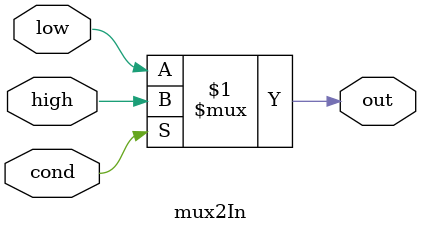
<source format=v>
module mux2In(low, high, cond, out);

	input high, low, cond;
	output out;
	
	assign out = cond ? high : low;

endmodule

</source>
